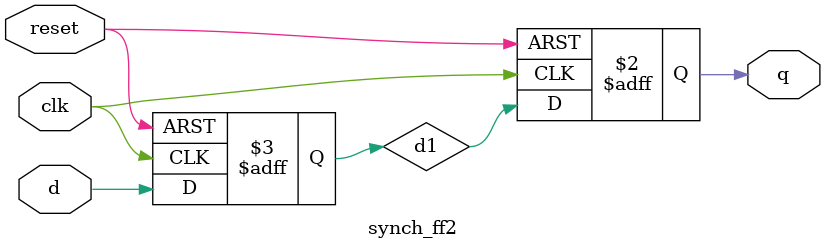
<source format=sv>
module synch_ff2 #(parameter int WIDTH=1)(input clk, input reset, 
                                          input logic[WIDTH-1:0] d, 
                                          output logic[WIDTH-1:0] q);
    logic [WIDTH-1:0] d1;
    always_ff @(posedge clk or posedge reset) begin
        if(reset) begin
            d1 <= 'b0;
            q <= 'b0;
        end
        else begin
            d1 <= d;
            q <= d1; 
        end
    end
`ifdef SIMON
    property p_no_glitch;
        bit value;
        @(posedge d) (1, value=~d[0]) |-> @(posedge clk) (value == d[0]);  
    endproperty

    a_no_glitch: assert property(p_no_glitch);
`endif
// This is not true for lossy synchronizer where we don't care if we lose values.
//    assert property(@(posedge clk) disable iff(reset)
//        !$stable(d) |=> $stable(d)[*2] 
//    );
endmodule

</source>
